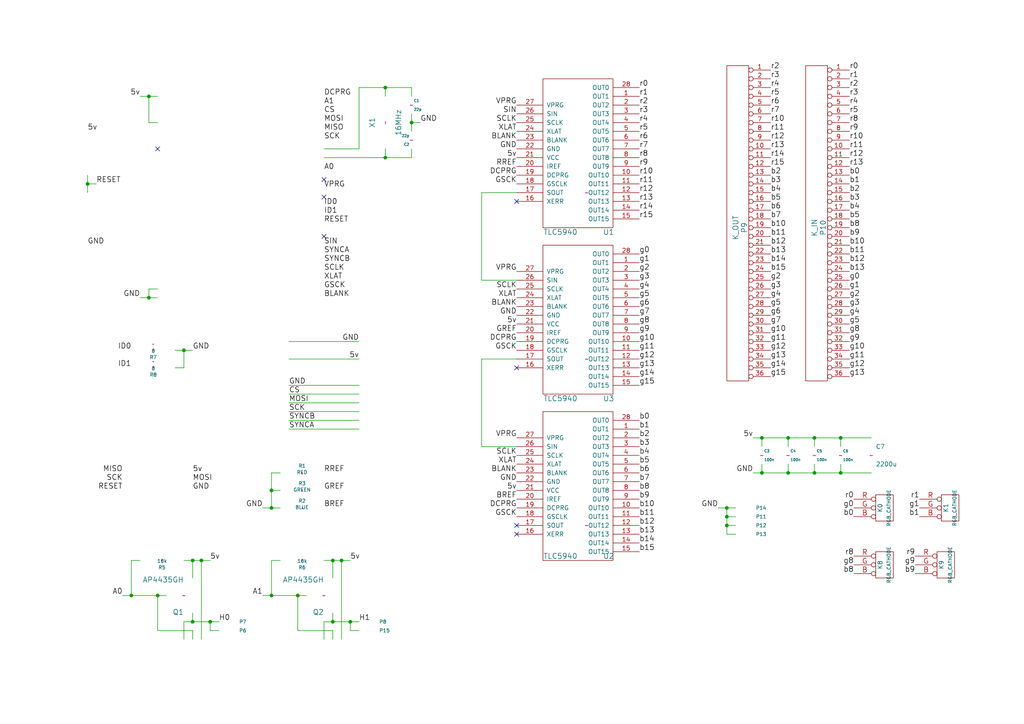
<source format=kicad_sch>
(kicad_sch (version 20230121) (generator eeschema)
  (paper "A4")
  (title_block (date "13 may 2014"))
  (lib_symbols
    (symbol "cube3-rescue:rgb_cathode" (pin_names (offset 1.016) hide)
      (property "Reference" "K" (at -1.27 0 90))
      (property "Value" "rgb_cathode" (at 1.27 0 90))
      (symbol "rgb_cathode_0_1"
        (rectangle (start -2.54 3.81) (end 2.54 -3.81))
      )
      (symbol "rgb_cathode_1_1"
        (pin passive inverted (at -8.89 -2.54 0) (length 6.35) (name "~") (number "B"))
        (pin passive inverted (at -8.89 0 0) (length 6.35) (name "~") (number "G"))
        (pin passive inverted (at -8.89 2.54 0) (length 6.35) (name "~") (number "R"))
      )
    )
    (symbol "cube3:CONN_36" (pin_names (offset 1.016) hide)
      (property "Reference" "P" (at -1.2446 0 90))
      (property "Value" "CONN_36" (at 1.27 0 90))
      (symbol "CONN_36_0_1"
        (rectangle (start -2.54 46.99) (end 3.81 -44.45))
      )
      (symbol "CONN_36_1_1"
        (pin passive inverted (at -8.89 45.72 0) (length 6.35) (name "P1") (number "1"))
        (pin passive inverted (at -8.89 22.86 0) (length 6.35) (name "P10") (number "10"))
        (pin passive inverted (at -8.89 20.32 0) (length 6.35) (name "P11") (number "11"))
        (pin passive inverted (at -8.89 17.78 0) (length 6.35) (name "P12") (number "12"))
        (pin passive inverted (at -8.89 15.24 0) (length 6.35) (name "P13") (number "13"))
        (pin passive inverted (at -8.89 12.7 0) (length 6.35) (name "P14") (number "14"))
        (pin passive inverted (at -8.89 10.16 0) (length 6.35) (name "P15") (number "15"))
        (pin passive inverted (at -8.89 7.62 0) (length 6.35) (name "P16") (number "16"))
        (pin passive inverted (at -8.89 5.08 0) (length 6.35) (name "P17") (number "17"))
        (pin passive inverted (at -8.89 2.54 0) (length 6.35) (name "P18") (number "18"))
        (pin passive inverted (at -8.89 0 0) (length 6.35) (name "P19") (number "19"))
        (pin passive inverted (at -8.89 43.18 0) (length 6.35) (name "P2") (number "2"))
        (pin passive inverted (at -8.89 -2.54 0) (length 6.35) (name "P20") (number "20"))
        (pin passive inverted (at -8.89 -5.08 0) (length 6.35) (name "P21") (number "21"))
        (pin passive inverted (at -8.89 -7.62 0) (length 6.35) (name "P22") (number "22"))
        (pin passive inverted (at -8.89 -10.16 0) (length 6.35) (name "P23") (number "23"))
        (pin passive inverted (at -8.89 -12.7 0) (length 6.35) (name "P24") (number "24"))
        (pin passive inverted (at -8.89 -15.24 0) (length 6.35) (name "P25") (number "25"))
        (pin passive inverted (at -8.89 -17.78 0) (length 6.35) (name "P26") (number "26"))
        (pin passive inverted (at -8.89 -20.32 0) (length 6.35) (name "P27") (number "27"))
        (pin passive inverted (at -8.89 -22.86 0) (length 6.35) (name "P28") (number "28"))
        (pin passive inverted (at -8.89 -25.4 0) (length 6.35) (name "P29") (number "29"))
        (pin passive inverted (at -8.89 40.64 0) (length 6.35) (name "P3") (number "3"))
        (pin passive inverted (at -8.89 -27.94 0) (length 6.35) (name "P30") (number "30"))
        (pin passive inverted (at -8.89 -30.48 0) (length 6.35) (name "~") (number "31"))
        (pin passive inverted (at -8.89 -33.02 0) (length 6.35) (name "~") (number "32"))
        (pin passive inverted (at -8.89 -35.56 0) (length 6.35) (name "~") (number "33"))
        (pin passive inverted (at -8.89 -38.1 0) (length 6.35) (name "~") (number "34"))
        (pin passive inverted (at -8.89 -40.64 0) (length 6.35) (name "~") (number "35"))
        (pin passive inverted (at -8.89 -43.18 0) (length 6.35) (name "~") (number "36"))
        (pin passive inverted (at -8.89 38.1 0) (length 6.35) (name "P4") (number "4"))
        (pin passive inverted (at -8.89 35.56 0) (length 6.35) (name "P5") (number "5"))
        (pin passive inverted (at -8.89 33.02 0) (length 6.35) (name "P6") (number "6"))
        (pin passive inverted (at -8.89 30.48 0) (length 6.35) (name "P7") (number "7"))
        (pin passive inverted (at -8.89 27.94 0) (length 6.35) (name "P8") (number "8"))
        (pin passive inverted (at -8.89 25.4 0) (length 6.35) (name "P9") (number "9"))
      )
    )
    (symbol "cube3:TLC5940" (pin_names (offset 1.016))
      (property "Reference" "U" (at -8.89 -21.59 0))
      (property "Value" "TLC5940" (at 5.08 -21.59 0))
      (symbol "TLC5940_0_1"
        (rectangle (start 10.16 22.86) (end -10.16 -20.32))
      )
      (symbol "TLC5940_1_1"
        (pin output line (at -17.78 17.78 0) (length 7.62) (name "OUT1") (number "1"))
        (pin output line (at -17.78 -5.08 0) (length 7.62) (name "OUT10") (number "10"))
        (pin output line (at -17.78 -7.62 0) (length 7.62) (name "OUT11") (number "11"))
        (pin output line (at -17.78 -10.16 0) (length 7.62) (name "OUT12") (number "12"))
        (pin output line (at -17.78 -12.7 0) (length 7.62) (name "OUT13") (number "13"))
        (pin output line (at -17.78 -15.24 0) (length 7.62) (name "OUT14") (number "14"))
        (pin output line (at -17.78 -17.78 0) (length 7.62) (name "OUT15") (number "15"))
        (pin output line (at 17.78 -12.7 180) (length 7.62) (name "XERR") (number "16"))
        (pin output line (at 17.78 -10.16 180) (length 7.62) (name "SOUT") (number "17"))
        (pin input line (at 17.78 -7.62 180) (length 7.62) (name "GSCLK") (number "18"))
        (pin input line (at 17.78 -5.08 180) (length 7.62) (name "DCPRG") (number "19"))
        (pin output line (at -17.78 15.24 0) (length 7.62) (name "OUT2") (number "2"))
        (pin input line (at 17.78 -2.54 180) (length 7.62) (name "IREF") (number "20"))
        (pin power_in line (at 17.78 0 180) (length 7.62) (name "VCC") (number "21"))
        (pin power_in line (at 17.78 2.54 180) (length 7.62) (name "GND") (number "22"))
        (pin input line (at 17.78 5.08 180) (length 7.62) (name "BLANK") (number "23"))
        (pin input line (at 17.78 7.62 180) (length 7.62) (name "XLAT") (number "24"))
        (pin input line (at 17.78 10.16 180) (length 7.62) (name "SCLK") (number "25"))
        (pin input line (at 17.78 12.7 180) (length 7.62) (name "SIN") (number "26"))
        (pin input line (at 17.78 15.24 180) (length 7.62) (name "VPRG") (number "27"))
        (pin output line (at -17.78 20.32 0) (length 7.62) (name "OUT0") (number "28"))
        (pin output line (at -17.78 12.7 0) (length 7.62) (name "OUT3") (number "3"))
        (pin output line (at -17.78 10.16 0) (length 7.62) (name "OUT4") (number "4"))
        (pin output line (at -17.78 7.62 0) (length 7.62) (name "OUT5") (number "5"))
        (pin output line (at -17.78 5.08 0) (length 7.62) (name "OUT6") (number "6"))
        (pin output line (at -17.78 2.54 0) (length 7.62) (name "OUT7") (number "7"))
        (pin output line (at -17.78 0 0) (length 7.62) (name "OUT8") (number "8"))
        (pin output line (at -17.78 -2.54 0) (length 7.62) (name "OUT9") (number "9"))
      )
    )
  )
  (junction (at 43.18 27.94))
  (junction (at 119.38 35.56))
  (junction (at 78.74 147.32))
  (junction (at 96.52 180.34))
  (junction (at 58.42 162.56))
  (junction (at 96.52 162.56))
  (junction (at 243.84 127))
  (junction (at 236.22 127))
  (junction (at 210.82 152.4))
  (junction (at 53.34 101.6))
  (junction (at 55.88 162.56))
  (junction (at 55.88 180.34))
  (junction (at 236.22 137.16))
  (junction (at 38.1 172.72))
  (junction (at 228.6 137.16))
  (junction (at 210.82 149.86))
  (junction (at 78.74 142.24))
  (junction (at 220.98 127))
  (junction (at 228.6 127))
  (junction (at 210.82 147.32))
  (junction (at 111.76 25.4))
  (junction (at 43.18 86.36))
  (junction (at 78.74 172.72))
  (junction (at 99.06 162.56))
  (junction (at 220.98 137.16))
  (junction (at 60.96 180.34))
  (junction (at 243.84 137.16))
  (junction (at 45.72 172.72))
  (junction (at 111.76 45.72))
  (junction (at 101.6 180.34))
  (junction (at 25.4 53.34))
  (junction (at 86.36 172.72))
  (no_connect (at 149.86 152.4))
  (no_connect (at 93.98 52.07))
  (no_connect (at 149.86 106.68))
  (no_connect (at 149.86 154.94))
  (no_connect (at 93.98 68.58))
  (no_connect (at 45.72 43.18))
  (no_connect (at 149.86 58.42))
  (no_connect (at 93.98 57.15))
  (wire (pts (xy 83.82 119.38) (xy 104.14 119.38)))
  (wire (pts (xy 210.82 154.94) (xy 213.36 154.94)))
  (wire (pts (xy 119.38 33.02) (xy 119.38 35.56)))
  (wire (pts (xy 38.1 172.72) (xy 38.1 162.56)))
  (wire (pts (xy 78.74 137.16) (xy 78.74 142.24)))
  (wire (pts (xy 210.82 152.4) (xy 213.36 152.4)))
  (wire (pts (xy 78.74 162.56) (xy 81.28 162.56)))
  (wire (pts (xy 111.76 25.4) (xy 119.38 25.4)))
  (wire (pts (xy 236.22 137.16) (xy 243.84 137.16)))
  (wire (pts (xy 55.88 182.88) (xy 55.88 185.42)))
  (wire (pts (xy 243.84 137.16) (xy 243.84 134.62)))
  (wire (pts (xy 139.7 104.14) (xy 139.7 129.54)))
  (wire (pts (xy 43.18 83.82) (xy 43.18 86.36)))
  (wire (pts (xy 60.96 180.34) (xy 60.96 182.88)))
  (wire (pts (xy 45.72 172.72) (xy 45.72 182.88)))
  (wire (pts (xy 220.98 137.16) (xy 220.98 134.62)))
  (wire (pts (xy 45.72 35.56) (xy 43.18 35.56)))
  (wire (pts (xy 119.38 25.4) (xy 119.38 27.94)))
  (wire (pts (xy 38.1 162.56) (xy 40.64 162.56)))
  (wire (pts (xy 96.52 162.56) (xy 99.06 162.56)))
  (wire (pts (xy 111.76 25.4) (xy 111.76 27.94)))
  (wire (pts (xy 236.22 137.16) (xy 236.22 134.62)))
  (wire (pts (xy 81.28 142.24) (xy 78.74 142.24)))
  (wire (pts (xy 25.4 50.8) (xy 25.4 53.34)))
  (wire (pts (xy 104.14 25.4) (xy 111.76 25.4)))
  (wire (pts (xy 96.52 180.34) (xy 101.6 180.34)))
  (wire (pts (xy 101.6 182.88) (xy 104.14 182.88)))
  (wire (pts (xy 104.14 124.46) (xy 83.82 124.46)))
  (wire (pts (xy 53.34 106.68) (xy 50.8 106.68)))
  (wire (pts (xy 213.36 149.86) (xy 210.82 149.86)))
  (wire (pts (xy 43.18 35.56) (xy 43.18 27.94)))
  (wire (pts (xy 93.98 43.18) (xy 104.14 43.18)))
  (wire (pts (xy 236.22 129.54) (xy 236.22 127)))
  (wire (pts (xy 53.34 180.34) (xy 53.34 185.42)))
  (wire (pts (xy 40.64 27.94) (xy 43.18 27.94)))
  (wire (pts (xy 45.72 182.88) (xy 55.88 182.88)))
  (wire (pts (xy 76.2 172.72) (xy 78.74 172.72)))
  (wire (pts (xy 96.52 180.34) (xy 96.52 177.8)))
  (wire (pts (xy 96.52 182.88) (xy 96.52 185.42)))
  (wire (pts (xy 78.74 172.72) (xy 86.36 172.72)))
  (wire (pts (xy 139.7 129.54) (xy 149.86 129.54)))
  (wire (pts (xy 78.74 147.32) (xy 81.28 147.32)))
  (wire (pts (xy 38.1 172.72) (xy 45.72 172.72)))
  (wire (pts (xy 220.98 127) (xy 220.98 129.54)))
  (wire (pts (xy 121.92 35.56) (xy 119.38 35.56)))
  (wire (pts (xy 78.74 142.24) (xy 78.74 147.32)))
  (wire (pts (xy 58.42 162.56) (xy 60.96 162.56)))
  (wire (pts (xy 228.6 137.16) (xy 236.22 137.16)))
  (wire (pts (xy 53.34 180.34) (xy 55.88 180.34)))
  (wire (pts (xy 208.28 147.32) (xy 210.82 147.32)))
  (wire (pts (xy 119.38 45.72) (xy 119.38 43.18)))
  (wire (pts (xy 139.7 81.28) (xy 149.86 81.28)))
  (wire (pts (xy 40.64 86.36) (xy 43.18 86.36)))
  (wire (pts (xy 210.82 147.32) (xy 210.82 149.86)))
  (wire (pts (xy 86.36 182.88) (xy 96.52 182.88)))
  (wire (pts (xy 83.82 104.14) (xy 104.14 104.14)))
  (wire (pts (xy 104.14 43.18) (xy 104.14 25.4)))
  (wire (pts (xy 43.18 86.36) (xy 45.72 86.36)))
  (wire (pts (xy 53.34 101.6) (xy 53.34 106.68)))
  (wire (pts (xy 25.4 53.34) (xy 25.4 55.88)))
  (wire (pts (xy 55.88 101.6) (xy 53.34 101.6)))
  (wire (pts (xy 60.96 182.88) (xy 63.5 182.88)))
  (wire (pts (xy 101.6 180.34) (xy 101.6 182.88)))
  (wire (pts (xy 93.98 180.34) (xy 93.98 185.42)))
  (wire (pts (xy 101.6 180.34) (xy 104.14 180.34)))
  (wire (pts (xy 111.76 43.18) (xy 111.76 45.72)))
  (wire (pts (xy 228.6 127) (xy 236.22 127)))
  (wire (pts (xy 60.96 180.34) (xy 63.5 180.34)))
  (wire (pts (xy 83.82 121.92) (xy 104.14 121.92)))
  (wire (pts (xy 78.74 172.72) (xy 78.74 162.56)))
  (wire (pts (xy 45.72 172.72) (xy 48.26 172.72)))
  (wire (pts (xy 58.42 162.56) (xy 58.42 185.42)))
  (wire (pts (xy 99.06 162.56) (xy 101.6 162.56)))
  (wire (pts (xy 81.28 137.16) (xy 78.74 137.16)))
  (wire (pts (xy 218.44 137.16) (xy 220.98 137.16)))
  (wire (pts (xy 45.72 83.82) (xy 43.18 83.82)))
  (wire (pts (xy 104.14 116.84) (xy 83.82 116.84)))
  (wire (pts (xy 55.88 162.56) (xy 58.42 162.56)))
  (wire (pts (xy 96.52 162.56) (xy 96.52 167.64)))
  (wire (pts (xy 83.82 111.76) (xy 104.14 111.76)))
  (wire (pts (xy 228.6 137.16) (xy 228.6 134.62)))
  (wire (pts (xy 149.86 55.88) (xy 139.7 55.88)))
  (wire (pts (xy 86.36 172.72) (xy 88.9 172.72)))
  (wire (pts (xy 210.82 152.4) (xy 210.82 154.94)))
  (wire (pts (xy 83.82 114.3) (xy 104.14 114.3)))
  (wire (pts (xy 243.84 127) (xy 243.84 129.54)))
  (wire (pts (xy 53.34 101.6) (xy 50.8 101.6)))
  (wire (pts (xy 220.98 137.16) (xy 228.6 137.16)))
  (wire (pts (xy 139.7 55.88) (xy 139.7 81.28)))
  (wire (pts (xy 55.88 180.34) (xy 60.96 180.34)))
  (wire (pts (xy 93.98 45.72) (xy 111.76 45.72)))
  (wire (pts (xy 228.6 129.54) (xy 228.6 127)))
  (wire (pts (xy 111.76 45.72) (xy 119.38 45.72)))
  (wire (pts (xy 43.18 27.94) (xy 45.72 27.94)))
  (wire (pts (xy 243.84 127) (xy 252.73 127)))
  (wire (pts (xy 93.98 180.34) (xy 96.52 180.34)))
  (wire (pts (xy 218.44 127) (xy 220.98 127)))
  (wire (pts (xy 25.4 53.34) (xy 27.94 53.34)))
  (wire (pts (xy 220.98 127) (xy 228.6 127)))
  (wire (pts (xy 86.36 172.72) (xy 86.36 182.88)))
  (wire (pts (xy 55.88 162.56) (xy 55.88 167.64)))
  (wire (pts (xy 76.2 147.32) (xy 78.74 147.32)))
  (wire (pts (xy 53.34 162.56) (xy 55.88 162.56)))
  (wire (pts (xy 149.86 104.14) (xy 139.7 104.14)))
  (wire (pts (xy 93.98 162.56) (xy 96.52 162.56)))
  (wire (pts (xy 83.82 99.06) (xy 104.14 99.06)))
  (wire (pts (xy 119.38 35.56) (xy 119.38 38.1)))
  (wire (pts (xy 210.82 147.32) (xy 213.36 147.32)))
  (wire (pts (xy 236.22 127) (xy 243.84 127)))
  (wire (pts (xy 35.56 172.72) (xy 38.1 172.72)))
  (wire (pts (xy 243.84 137.16) (xy 252.73 137.16)))
  (wire (pts (xy 55.88 180.34) (xy 55.88 177.8)))
  (wire (pts (xy 210.82 149.86) (xy 210.82 152.4)))
  (wire (pts (xy 99.06 162.56) (xy 99.06 185.42)))
  (label "r13" (at 223.52 43.18 0) (effects (font (size 1.524 1.524))))
  (label "r11" (at 185.42 53.34 0) (effects (font (size 1.524 1.524))))
  (label "r7" (at 223.52 33.02 0) (effects (font (size 1.524 1.524))))
  (label "5v" (at 149.86 93.98 180) (effects (font (size 1.524 1.524))))
  (label "b3" (at 185.42 129.54 0) (effects (font (size 1.524 1.524))))
  (label "g15" (at 223.52 109.22 0) (effects (font (size 1.524 1.524))))
  (label "g14" (at 223.52 106.68 0) (effects (font (size 1.524 1.524))))
  (label "b4" (at 246.38 60.96 0) (effects (font (size 1.524 1.524))))
  (label "g9" (at 185.42 96.52 0) (effects (font (size 1.524 1.524))))
  (label "5v" (at 25.4 38.1 0) (effects (font (size 1.524 1.524))))
  (label "5v" (at 218.44 127 180) (effects (font (size 1.524 1.524))))
  (label "b8" (at 247.65 166.37 180) (effects (font (size 1.524 1.524))))
  (label "b12" (at 246.38 76.2 0) (effects (font (size 1.524 1.524))))
  (label "b5" (at 223.52 58.42 0) (effects (font (size 1.524 1.524))))
  (label "g14" (at 185.42 109.22 0) (effects (font (size 1.524 1.524))))
  (label "g12" (at 223.52 101.6 0) (effects (font (size 1.524 1.524))))
  (label "g4" (at 223.52 86.36 0) (effects (font (size 1.524 1.524))))
  (label "b8" (at 246.38 66.04 0) (effects (font (size 1.524 1.524))))
  (label "b4" (at 223.52 55.88 0) (effects (font (size 1.524 1.524))))
  (label "b7" (at 223.52 63.5 0) (effects (font (size 1.524 1.524))))
  (label "b9" (at 246.38 68.58 0) (effects (font (size 1.524 1.524))))
  (label "g3" (at 185.42 81.28 0) (effects (font (size 1.524 1.524))))
  (label "r8" (at 247.65 161.29 180) (effects (font (size 1.524 1.524))))
  (label "ID0" (at 93.98 59.69 0) (effects (font (size 1.524 1.524))))
  (label "GND" (at 55.88 101.6 0) (effects (font (size 1.524 1.524))))
  (label "g9" (at 265.43 163.83 180) (effects (font (size 1.524 1.524))))
  (label "BLANK" (at 149.86 88.9 180) (effects (font (size 1.524 1.524))))
  (label "g2" (at 246.38 86.36 0) (effects (font (size 1.524 1.524))))
  (label "g0" (at 247.65 147.32 180) (effects (font (size 1.524 1.524))))
  (label "r3" (at 223.52 22.86 0) (effects (font (size 1.524 1.524))))
  (label "r11" (at 223.52 38.1 0) (effects (font (size 1.524 1.524))))
  (label "b6" (at 223.52 60.96 0) (effects (font (size 1.524 1.524))))
  (label "r10" (at 185.42 50.8 0) (effects (font (size 1.524 1.524))))
  (label "b8" (at 185.42 142.24 0) (effects (font (size 1.524 1.524))))
  (label "VPRG" (at 149.86 127 180) (effects (font (size 1.524 1.524))))
  (label "r3" (at 246.38 27.94 0) (effects (font (size 1.524 1.524))))
  (label "g3" (at 246.38 88.9 0) (effects (font (size 1.524 1.524))))
  (label "r9" (at 265.43 161.29 180) (effects (font (size 1.524 1.524))))
  (label "GND" (at 149.86 43.18 180) (effects (font (size 1.524 1.524))))
  (label "5v" (at 101.6 162.56 0) (effects (font (size 1.524 1.524))))
  (label "g7" (at 185.42 91.44 0) (effects (font (size 1.524 1.524))))
  (label "GSCK" (at 149.86 53.34 180) (effects (font (size 1.524 1.524))))
  (label "SYNCB" (at 93.98 76.2 0) (effects (font (size 1.524 1.524))))
  (label "g13" (at 223.52 104.14 0) (effects (font (size 1.524 1.524))))
  (label "r9" (at 246.38 38.1 0) (effects (font (size 1.524 1.524))))
  (label "BLANK" (at 149.86 137.16 180) (effects (font (size 1.524 1.524))))
  (label "r4" (at 246.38 30.48 0) (effects (font (size 1.524 1.524))))
  (label "H0" (at 63.5 180.34 0) (effects (font (size 1.524 1.524))))
  (label "b4" (at 185.42 132.08 0) (effects (font (size 1.524 1.524))))
  (label "5v" (at 40.64 27.94 180) (effects (font (size 1.524 1.524))))
  (label "A0" (at 35.56 172.72 180) (effects (font (size 1.524 1.524))))
  (label "MISO" (at 93.98 38.1 0) (effects (font (size 1.524 1.524))))
  (label "MISO" (at 35.56 137.16 180) (effects (font (size 1.524 1.524))))
  (label "r15" (at 185.42 63.5 0) (effects (font (size 1.524 1.524))))
  (label "b3" (at 223.52 53.34 0) (effects (font (size 1.524 1.524))))
  (label "RREF" (at 149.86 48.26 180) (effects (font (size 1.524 1.524))))
  (label "g8" (at 246.38 96.52 0) (effects (font (size 1.524 1.524))))
  (label "r1" (at 185.42 27.94 0) (effects (font (size 1.524 1.524))))
  (label "RREF" (at 93.98 137.16 0) (effects (font (size 1.524 1.524))))
  (label "b10" (at 185.42 147.32 0) (effects (font (size 1.524 1.524))))
  (label "DCPRG" (at 149.86 50.8 180) (effects (font (size 1.524 1.524))))
  (label "g4" (at 246.38 91.44 0) (effects (font (size 1.524 1.524))))
  (label "g11" (at 223.52 99.06 0) (effects (font (size 1.524 1.524))))
  (label "r5" (at 185.42 38.1 0) (effects (font (size 1.524 1.524))))
  (label "r7" (at 185.42 43.18 0) (effects (font (size 1.524 1.524))))
  (label "r12" (at 246.38 45.72 0) (effects (font (size 1.524 1.524))))
  (label "b2" (at 185.42 127 0) (effects (font (size 1.524 1.524))))
  (label "r9" (at 185.42 48.26 0) (effects (font (size 1.524 1.524))))
  (label "r0" (at 185.42 25.4 0) (effects (font (size 1.524 1.524))))
  (label "b11" (at 246.38 73.66 0) (effects (font (size 1.524 1.524))))
  (label "GND" (at 40.64 86.36 180) (effects (font (size 1.524 1.524))))
  (label "BLANK" (at 93.98 86.36 0) (effects (font (size 1.524 1.524))))
  (label "XLAT" (at 149.86 38.1 180) (effects (font (size 1.524 1.524))))
  (label "b14" (at 185.42 157.48 0) (effects (font (size 1.524 1.524))))
  (label "b5" (at 246.38 63.5 0) (effects (font (size 1.524 1.524))))
  (label "g5" (at 223.52 88.9 0) (effects (font (size 1.524 1.524))))
  (label "CS" (at 93.98 33.02 0) (effects (font (size 1.524 1.524))))
  (label "g1" (at 185.42 76.2 0) (effects (font (size 1.524 1.524))))
  (label "BLANK" (at 149.86 40.64 180) (effects (font (size 1.524 1.524))))
  (label "GSCK" (at 149.86 149.86 180) (effects (font (size 1.524 1.524))))
  (label "g9" (at 246.38 99.06 0) (effects (font (size 1.524 1.524))))
  (label "g11" (at 185.42 101.6 0) (effects (font (size 1.524 1.524))))
  (label "b5" (at 185.42 134.62 0) (effects (font (size 1.524 1.524))))
  (label "r2" (at 185.42 30.48 0) (effects (font (size 1.524 1.524))))
  (label "g5" (at 185.42 86.36 0) (effects (font (size 1.524 1.524))))
  (label "SCK" (at 93.98 40.64 0) (effects (font (size 1.524 1.524))))
  (label "5v" (at 149.86 142.24 180) (effects (font (size 1.524 1.524))))
  (label "GND" (at 55.88 142.24 0) (effects (font (size 1.524 1.524))))
  (label "5v" (at 104.14 104.14 180) (effects (font (size 1.524 1.524))))
  (label "g2" (at 223.52 81.28 0) (effects (font (size 1.524 1.524))))
  (label "g8" (at 247.65 163.83 180) (effects (font (size 1.524 1.524))))
  (label "r12" (at 223.52 40.64 0) (effects (font (size 1.524 1.524))))
  (label "r8" (at 246.38 35.56 0) (effects (font (size 1.524 1.524))))
  (label "r5" (at 223.52 27.94 0) (effects (font (size 1.524 1.524))))
  (label "BREF" (at 149.86 144.78 180) (effects (font (size 1.524 1.524))))
  (label "r2" (at 223.52 20.32 0) (effects (font (size 1.524 1.524))))
  (label "r14" (at 223.52 45.72 0) (effects (font (size 1.524 1.524))))
  (label "DCPRG" (at 149.86 147.32 180) (effects (font (size 1.524 1.524))))
  (label "g8" (at 185.42 93.98 0) (effects (font (size 1.524 1.524))))
  (label "b15" (at 185.42 160.02 0) (effects (font (size 1.524 1.524))))
  (label "b3" (at 246.38 58.42 0) (effects (font (size 1.524 1.524))))
  (label "XLAT" (at 149.86 134.62 180) (effects (font (size 1.524 1.524))))
  (label "SIN" (at 93.98 71.12 0) (effects (font (size 1.524 1.524))))
  (label "b11" (at 223.52 68.58 0) (effects (font (size 1.524 1.524))))
  (label "b2" (at 223.52 50.8 0) (effects (font (size 1.524 1.524))))
  (label "MOSI" (at 55.88 139.7 0) (effects (font (size 1.524 1.524))))
  (label "g0" (at 185.42 73.66 0) (effects (font (size 1.524 1.524))))
  (label "XLAT" (at 149.86 86.36 180) (effects (font (size 1.524 1.524))))
  (label "GREF" (at 149.86 96.52 180) (effects (font (size 1.524 1.524))))
  (label "b0" (at 185.42 121.92 0) (effects (font (size 1.524 1.524))))
  (label "SCLK" (at 149.86 83.82 180) (effects (font (size 1.524 1.524))))
  (label "b9" (at 185.42 144.78 0) (effects (font (size 1.524 1.524))))
  (label "g15" (at 185.42 111.76 0) (effects (font (size 1.524 1.524))))
  (label "r1" (at 266.7 144.78 180) (effects (font (size 1.524 1.524))))
  (label "r1" (at 246.38 22.86 0) (effects (font (size 1.524 1.524))))
  (label "g6" (at 185.42 88.9 0) (effects (font (size 1.524 1.524))))
  (label "GREF" (at 93.98 142.24 0) (effects (font (size 1.524 1.524))))
  (label "SIN" (at 149.86 33.02 180) (effects (font (size 1.524 1.524))))
  (label "r14" (at 185.42 60.96 0) (effects (font (size 1.524 1.524))))
  (label "5v" (at 149.86 45.72 180) (effects (font (size 1.524 1.524))))
  (label "b9" (at 265.43 166.37 180) (effects (font (size 1.524 1.524))))
  (label "r11" (at 246.38 43.18 0) (effects (font (size 1.524 1.524))))
  (label "b10" (at 246.38 71.12 0) (effects (font (size 1.524 1.524))))
  (label "SYNCA" (at 93.98 73.66 0) (effects (font (size 1.524 1.524))))
  (label "r13" (at 246.38 48.26 0) (effects (font (size 1.524 1.524))))
  (label "g2" (at 185.42 78.74 0) (effects (font (size 1.524 1.524))))
  (label "g10" (at 185.42 99.06 0) (effects (font (size 1.524 1.524))))
  (label "b10" (at 223.52 66.04 0) (effects (font (size 1.524 1.524))))
  (label "b13" (at 223.52 73.66 0) (effects (font (size 1.524 1.524))))
  (label "g1" (at 266.7 147.32 180) (effects (font (size 1.524 1.524))))
  (label "g7" (at 223.52 93.98 0) (effects (font (size 1.524 1.524))))
  (label "ID1" (at 38.1 106.68 180) (effects (font (size 1.524 1.524))))
  (label "GSCK" (at 93.98 83.82 0) (effects (font (size 1.524 1.524))))
  (label "r8" (at 185.42 45.72 0) (effects (font (size 1.524 1.524))))
  (label "SYNCA" (at 83.82 124.46 0) (effects (font (size 1.524 1.524))))
  (label "b13" (at 246.38 78.74 0) (effects (font (size 1.524 1.524))))
  (label "r10" (at 246.38 40.64 0) (effects (font (size 1.524 1.524))))
  (label "BREF" (at 93.98 147.32 0) (effects (font (size 1.524 1.524))))
  (label "RESET" (at 93.98 64.77 0) (effects (font (size 1.524 1.524))))
  (label "b0" (at 247.65 149.86 180) (effects (font (size 1.524 1.524))))
  (label "g4" (at 185.42 83.82 0) (effects (font (size 1.524 1.524))))
  (label "r6" (at 185.42 40.64 0) (effects (font (size 1.524 1.524))))
  (label "GSCK" (at 149.86 101.6 180) (effects (font (size 1.524 1.524))))
  (label "GND" (at 218.44 137.16 180) (effects (font (size 1.524 1.524))))
  (label "XLAT" (at 93.98 81.28 0) (effects (font (size 1.524 1.524))))
  (label "CS" (at 83.82 114.3 0) (effects (font (size 1.524 1.524))))
  (label "RESET" (at 35.56 142.24 180) (effects (font (size 1.524 1.524))))
  (label "r5" (at 246.38 33.02 0) (effects (font (size 1.524 1.524))))
  (label "r0" (at 246.38 20.32 0) (effects (font (size 1.524 1.524))))
  (label "b1" (at 185.42 124.46 0) (effects (font (size 1.524 1.524))))
  (label "g5" (at 246.38 93.98 0) (effects (font (size 1.524 1.524))))
  (label "g6" (at 223.52 91.44 0) (effects (font (size 1.524 1.524))))
  (label "g13" (at 246.38 109.22 0) (effects (font (size 1.524 1.524))))
  (label "b11" (at 185.42 149.86 0) (effects (font (size 1.524 1.524))))
  (label "b15" (at 223.52 78.74 0) (effects (font (size 1.524 1.524))))
  (label "b2" (at 246.38 55.88 0) (effects (font (size 1.524 1.524))))
  (label "b12" (at 223.52 71.12 0) (effects (font (size 1.524 1.524))))
  (label "g11" (at 246.38 104.14 0) (effects (font (size 1.524 1.524))))
  (label "GND" (at 76.2 147.32 180) (effects (font (size 1.524 1.524))))
  (label "SCLK" (at 149.86 35.56 180) (effects (font (size 1.524 1.524))))
  (label "r2" (at 246.38 25.4 0) (effects (font (size 1.524 1.524))))
  (label "b6" (at 185.42 137.16 0) (effects (font (size 1.524 1.524))))
  (label "r6" (at 223.52 30.48 0) (effects (font (size 1.524 1.524))))
  (label "MOSI" (at 83.82 116.84 0) (effects (font (size 1.524 1.524))))
  (label "GND" (at 104.14 99.06 180) (effects (font (size 1.524 1.524))))
  (label "GND" (at 149.86 91.44 180) (effects (font (size 1.524 1.524))))
  (label "r0" (at 247.65 144.78 180) (effects (font (size 1.524 1.524))))
  (label "r4" (at 185.42 35.56 0) (effects (font (size 1.524 1.524))))
  (label "ID0" (at 38.1 101.6 180) (effects (font (size 1.524 1.524))))
  (label "g10" (at 223.52 96.52 0) (effects (font (size 1.524 1.524))))
  (label "ID1" (at 93.98 62.23 0) (effects (font (size 1.524 1.524))))
  (label "MOSI" (at 93.98 35.56 0) (effects (font (size 1.524 1.524))))
  (label "g13" (at 185.42 106.68 0) (effects (font (size 1.524 1.524))))
  (label "r15" (at 223.52 48.26 0) (effects (font (size 1.524 1.524))))
  (label "g0" (at 246.38 81.28 0) (effects (font (size 1.524 1.524))))
  (label "g1" (at 246.38 83.82 0) (effects (font (size 1.524 1.524))))
  (label "DCPRG" (at 93.98 27.94 0) (effects (font (size 1.524 1.524))))
  (label "g10" (at 246.38 101.6 0) (effects (font (size 1.524 1.524))))
  (label "5v" (at 60.96 162.56 0) (effects (font (size 1.524 1.524))))
  (label "r3" (at 185.42 33.02 0) (effects (font (size 1.524 1.524))))
  (label "r10" (at 223.52 35.56 0) (effects (font (size 1.524 1.524))))
  (label "SCLK" (at 149.86 132.08 180) (effects (font (size 1.524 1.524))))
  (label "b1" (at 246.38 53.34 0) (effects (font (size 1.524 1.524))))
  (label "SCK" (at 35.56 139.7 180) (effects (font (size 1.524 1.524))))
  (label "H1" (at 104.14 180.34 0) (effects (font (size 1.524 1.524))))
  (label "A1" (at 76.2 172.72 180) (effects (font (size 1.524 1.524))))
  (label "GND" (at 208.28 147.32 180) (effects (font (size 1.524 1.524))))
  (label "VPRG" (at 149.86 30.48 180) (effects (font (size 1.524 1.524))))
  (label "GND" (at 149.86 139.7 180) (effects (font (size 1.524 1.524))))
  (label "SYNCB" (at 83.82 121.92 0) (effects (font (size 1.524 1.524))))
  (label "b0" (at 246.38 50.8 0) (effects (font (size 1.524 1.524))))
  (label "GND" (at 83.82 111.76 0) (effects (font (size 1.524 1.524))))
  (label "g3" (at 223.52 83.82 0) (effects (font (size 1.524 1.524))))
  (label "DCPRG" (at 149.86 99.06 180) (effects (font (size 1.524 1.524))))
  (label "A0" (at 93.98 49.53 0) (effects (font (size 1.524 1.524))))
  (label "r4" (at 223.52 25.4 0) (effects (font (size 1.524 1.524))))
  (label "b14" (at 223.52 76.2 0) (effects (font (size 1.524 1.524))))
  (label "b1" (at 266.7 149.86 180) (effects (font (size 1.524 1.524))))
  (label "GND" (at 25.4 71.12 0) (effects (font (size 1.524 1.524))))
  (label "g12" (at 246.38 106.68 0) (effects (font (size 1.524 1.524))))
  (label "b7" (at 185.42 139.7 0) (effects (font (size 1.524 1.524))))
  (label "b12" (at 185.42 152.4 0) (effects (font (size 1.524 1.524))))
  (label "SCLK" (at 93.98 78.74 0) (effects (font (size 1.524 1.524))))
  (label "VPRG" (at 93.98 54.61 0) (effects (font (size 1.524 1.524))))
  (label "SCK" (at 83.82 119.38 0) (effects (font (size 1.524 1.524))))
  (label "VPRG" (at 149.86 78.74 180) (effects (font (size 1.524 1.524))))
  (label "RESET" (at 27.94 53.34 0) (effects (font (size 1.524 1.524))))
  (label "b13" (at 185.42 154.94 0) (effects (font (size 1.524 1.524))))
  (label "g12" (at 185.42 104.14 0) (effects (font (size 1.524 1.524))))
  (label "5v" (at 55.88 137.16 0) (effects (font (size 1.524 1.524))))
  (label "r13" (at 185.42 58.42 0) (effects (font (size 1.524 1.524))))
  (label "A1" (at 93.98 30.48 0) (effects (font (size 1.524 1.524))))
  (label "r12" (at 185.42 55.88 0) (effects (font (size 1.524 1.524))))
  (label "GND" (at 121.92 35.56 0) (effects (font (size 1.524 1.524))))
  (symbol (lib_id "cube3:TLC5940") (at 167.64 93.98 0) (mirror y) (unit 1)
    (property "Reference" "U3" (at 176.53 115.57 0) (effects (font (size 1.524 1.524))))
    (property "Value" "TLC5940" (at 162.56 115.57 0) (effects (font (size 1.524 1.524))))
    (property "Footprint" "DIP-28__300_ELL" (effects hide))
    (property "Datasheet" "~" (at 170.18 104.14 0) (effects (font (size 1.524 1.524))))
  )
  (symbol (lib_id "cube3:TLC5940") (at 167.64 142.24 0) (mirror y) (unit 1)
    (property "Reference" "U2" (at 176.53 161.29 0) (effects (font (size 1.524 1.524))))
    (property "Value" "TLC5940" (at 162.56 161.29 0) (effects (font (size 1.524 1.524))))
    (property "Footprint" "DIP-28__300_ELL" (effects hide))
    (property "Datasheet" "~" (at 170.18 152.4 0) (effects (font (size 1.524 1.524))))
  )
  (symbol (lib_id "cube3:TLC5940") (at 167.64 45.72 0) (mirror y) (unit 1)
    (property "Reference" "U1" (at 176.53 67.31 0) (effects (font (size 1.524 1.524))))
    (property "Value" "TLC5940" (at 162.56 67.31 0) (effects (font (size 1.524 1.524))))
    (property "Footprint" "DIP-28__300_ELL" (effects hide))
    (property "Datasheet" "~" (at 170.18 55.88 0) (effects (font (size 1.524 1.524))))
  )
  (symbol (lib_id "R") (at 87.63 137.16 90) (unit 1)
    (property "Reference" "R1" (at 87.63 135.128 90) (effects (font (size 1.016 1.016))))
    (property "Value" "RED" (at 87.6046 136.9822 90) (effects (font (size 1.016 1.016))))
    (property "Footprint" "R4-LARGE_PADS" (effects hide))
    (property "Datasheet" "~" (at 87.63 137.16 0) (effects (font (size 0.762 0.762))))
  )
  (symbol (lib_id "R") (at 87.63 147.32 90) (unit 1)
    (property "Reference" "R2" (at 87.63 145.288 90) (effects (font (size 1.016 1.016))))
    (property "Value" "BLUE" (at 87.6046 147.1422 90) (effects (font (size 1.016 1.016))))
    (property "Footprint" "R4-LARGE_PADS" (effects hide))
    (property "Datasheet" "~" (at 87.63 147.32 0) (effects (font (size 0.762 0.762))))
  )
  (symbol (lib_id "R") (at 87.63 142.24 90) (unit 1)
    (property "Reference" "R3" (at 87.63 140.208 90) (effects (font (size 1.016 1.016))))
    (property "Value" "GREEN" (at 87.6046 142.0622 90) (effects (font (size 1.016 1.016))))
    (property "Footprint" "R4-LARGE_PADS" (effects hide))
    (property "Datasheet" "~" (at 87.63 142.24 0) (effects (font (size 0.762 0.762))))
  )
  (symbol (lib_id "CONN_2") (at 113.03 101.6 0) (unit 1)
    (property "Reference" "P2" (at 111.76 101.6 90) (effects (font (size 1.016 1.016))))
    (property "Value" "POWER" (at 114.3 101.6 90) (effects (font (size 1.016 1.016))))
    (property "Footprint" "PINHEAD1-2" (effects hide))
  )
  (symbol (lib_id "CONN_6") (at 113.03 118.11 0) (unit 1)
    (property "Reference" "P4" (at 111.76 118.11 90) (effects (font (size 1.524 1.524))))
    (property "Value" "DATA" (at 114.3 118.11 90) (effects (font (size 1.524 1.524))))
    (property "Footprint" "SIL-6" (effects hide))
  )
  (symbol (lib_id "CONN_6") (at 74.93 118.11 0) (mirror y) (unit 1)
    (property "Reference" "P3" (at 76.2 118.11 90) (effects (font (size 1.524 1.524))))
    (property "Value" "DATA" (at 73.66 118.11 90) (effects (font (size 1.524 1.524))))
    (property "Footprint" "SIL-6" (effects hide))
  )
  (symbol (lib_id "ATMEGA328P-P") (at 68.58 55.88 0) (unit 1)
    (property "Reference" "U4" (at 49.53 24.13 0) (effects (font (size 1.016 1.016)) (justify left bottom)))
    (property "Value" "ATMEGA328" (at 78.74 91.44 0) (effects (font (size 1.016 1.016)) (justify left bottom)))
    (property "Footprint" "DIP-28__300_ELL" (effects hide))
  )
  (symbol (lib_id "CRYSTAL") (at 111.76 35.56 90) (unit 1)
    (property "Reference" "X1" (at 107.95 35.56 0) (effects (font (size 1.524 1.524))))
    (property "Value" "16MHz" (at 115.57 35.56 0) (effects (font (size 1.524 1.524))))
    (property "Footprint" "R3" (effects hide))
    (property "Datasheet" "~" (at 111.76 35.56 0) (effects (font (size 1.524 1.524))))
  )
  (symbol (lib_id "CSMALL") (at 119.38 40.64 180) (unit 1)
    (property "Reference" "C2" (at 118.745 41.91 0) (effects (font (size 0.762 0.762)) (justify left)))
    (property "Value" "22p" (at 118.745 39.37 0) (effects (font (size 0.762 0.762)) (justify left)))
    (property "Footprint" "C2" (effects hide))
    (property "Datasheet" "~" (at 119.38 40.64 0) (effects (font (size 1.524 1.524))))
  )
  (symbol (lib_id "CSMALL") (at 119.38 30.48 0) (unit 1)
    (property "Reference" "C1" (at 120.015 29.21 0) (effects (font (size 0.762 0.762)) (justify left)))
    (property "Value" "22p" (at 120.015 31.75 0) (effects (font (size 0.762 0.762)) (justify left)))
    (property "Footprint" "C2" (effects hide))
    (property "Datasheet" "~" (at 119.38 30.48 0) (effects (font (size 1.524 1.524))))
  )
  (symbol (lib_id "CONN_2") (at 74.93 101.6 0) (mirror y) (unit 1)
    (property "Reference" "P1" (at 76.2 101.6 90) (effects (font (size 1.016 1.016))))
    (property "Value" "POWER" (at 73.66 101.6 90) (effects (font (size 1.016 1.016))))
    (property "Footprint" "PINHEAD1-2" (effects hide))
  )
  (symbol (lib_id "CONN_3X2") (at 45.72 140.97 0) (unit 1)
    (property "Reference" "P5" (at 45.72 134.62 0))
    (property "Value" "ISP" (at 45.72 139.7 90) (effects (font (size 1.016 1.016))))
    (property "Footprint" "pin_array_3x2" (effects hide))
  )
  (symbol (lib_id "R") (at 25.4 44.45 0) (unit 1)
    (property "Reference" "R4" (at 27.432 44.45 90) (effects (font (size 1.016 1.016))))
    (property "Value" "10k" (at 25.5778 44.4246 90) (effects (font (size 1.016 1.016))))
    (property "Footprint" "R4-LARGE_PADS" (effects hide))
    (property "Datasheet" "~" (at 25.4 44.45 0) (effects (font (size 0.762 0.762))))
  )
  (symbol (lib_id "SW_PUSH") (at 25.4 63.5 90) (unit 1)
    (property "Reference" "SW1" (at 22.606 59.69 0))
    (property "Value" "RESET" (at 27.432 63.5 0))
    (property "Footprint" "SW_PUSH_SMALL" (effects hide))
    (property "Datasheet" "~" (at 25.4 63.5 0) (effects (font (size 1.524 1.524))))
  )
  (symbol (lib_id "CSMALL") (at 228.6 132.08 0) (unit 1)
    (property "Reference" "C4" (at 229.235 130.81 0) (effects (font (size 0.762 0.762)) (justify left)))
    (property "Value" "100n" (at 229.235 133.35 0) (effects (font (size 0.762 0.762)) (justify left)))
    (property "Footprint" "C2" (effects hide))
    (property "Datasheet" "~" (at 228.6 132.08 0) (effects (font (size 1.524 1.524))))
  )
  (symbol (lib_id "CSMALL") (at 220.98 132.08 0) (unit 1)
    (property "Reference" "C3" (at 221.615 130.81 0) (effects (font (size 0.762 0.762)) (justify left)))
    (property "Value" "100n" (at 221.615 133.35 0) (effects (font (size 0.762 0.762)) (justify left)))
    (property "Footprint" "C2" (effects hide))
    (property "Datasheet" "~" (at 220.98 132.08 0) (effects (font (size 1.524 1.524))))
  )
  (symbol (lib_id "CSMALL") (at 236.22 132.08 0) (unit 1)
    (property "Reference" "C5" (at 236.855 130.81 0) (effects (font (size 0.762 0.762)) (justify left)))
    (property "Value" "100n" (at 236.855 133.35 0) (effects (font (size 0.762 0.762)) (justify left)))
    (property "Footprint" "C2" (effects hide))
    (property "Datasheet" "~" (at 236.22 132.08 0) (effects (font (size 1.524 1.524))))
  )
  (symbol (lib_id "CSMALL") (at 243.84 132.08 0) (unit 1)
    (property "Reference" "C6" (at 244.475 130.81 0) (effects (font (size 0.762 0.762)) (justify left)))
    (property "Value" "100n" (at 244.475 133.35 0) (effects (font (size 0.762 0.762)) (justify left)))
    (property "Footprint" "C2" (effects hide))
    (property "Datasheet" "~" (at 243.84 132.08 0) (effects (font (size 1.524 1.524))))
  )
  (symbol (lib_id "CONN_1") (at 67.31 180.34 0) (unit 1)
    (property "Reference" "P7" (at 69.342 180.34 0) (effects (font (size 1.016 1.016)) (justify left)))
    (property "Value" "A0" (effects hide))
    (property "Footprint" "PINTST" (effects hide))
  )
  (symbol (lib_id "MOSFET_P") (at 53.34 172.72 0) (mirror x) (unit 1)
    (property "Reference" "Q1" (at 53.34 177.546 0) (effects (font (size 1.524 1.524)) (justify right)))
    (property "Value" "AP4435GH" (at 53.34 168.148 0) (effects (font (size 1.524 1.524)) (justify right)))
    (property "Footprint" "sot428" (effects hide))
    (property "Datasheet" "~" (at 53.34 172.72 0) (effects (font (size 1.524 1.524))))
  )
  (symbol (lib_id "R") (at 46.99 162.56 270) (unit 1)
    (property "Reference" "R5" (at 46.99 164.592 90) (effects (font (size 1.016 1.016))))
    (property "Value" "10k" (at 47.0154 162.7378 90) (effects (font (size 1.016 1.016))))
    (property "Footprint" "R4-LARGE_PADS" (effects hide))
    (property "Datasheet" "~" (at 46.99 162.56 0) (effects (font (size 0.762 0.762))))
  )
  (symbol (lib_id "CONN_1") (at 107.95 180.34 0) (unit 1)
    (property "Reference" "P8" (at 109.982 180.34 0) (effects (font (size 1.016 1.016)) (justify left)))
    (property "Value" "A1" (effects hide))
    (property "Footprint" "PINTST" (effects hide))
  )
  (symbol (lib_id "MOSFET_P") (at 93.98 172.72 0) (mirror x) (unit 1)
    (property "Reference" "Q2" (at 93.98 177.546 0) (effects (font (size 1.524 1.524)) (justify right)))
    (property "Value" "AP4435GH" (at 93.98 168.148 0) (effects (font (size 1.524 1.524)) (justify right)))
    (property "Footprint" "sot428" (effects hide))
    (property "Datasheet" "~" (at 93.98 172.72 0) (effects (font (size 1.524 1.524))))
  )
  (symbol (lib_id "R") (at 87.63 162.56 270) (unit 1)
    (property "Reference" "R6" (at 87.63 164.592 90) (effects (font (size 1.016 1.016))))
    (property "Value" "10k" (at 87.6554 162.7378 90) (effects (font (size 1.016 1.016))))
    (property "Footprint" "R4-LARGE_PADS" (effects hide))
    (property "Datasheet" "~" (at 87.63 162.56 0) (effects (font (size 0.762 0.762))))
  )
  (symbol (lib_id "CP1") (at 252.73 132.08 0) (unit 1)
    (property "Reference" "C7" (at 254 129.54 0) (effects (justify left)))
    (property "Value" "2200u" (at 254 134.62 0) (effects (justify left)))
    (property "Footprint" "C2V10" (effects hide))
    (property "Datasheet" "~" (at 252.73 132.08 0) (effects (font (size 1.524 1.524))))
  )
  (symbol (lib_id "CONN_3") (at 96.52 194.31 270) (unit 1)
    (property "Reference" "Q4" (at 96.52 193.04 90))
    (property "Value" "CONN_3" (at 96.52 195.58 90) (effects (font (size 1.016 1.016))))
    (property "Footprint" "TO220_VERT" (effects hide))
  )
  (symbol (lib_id "CONN_3") (at 55.88 194.31 270) (unit 1)
    (property "Reference" "Q3" (at 55.88 193.04 90))
    (property "Value" "CONN_3" (at 55.88 195.58 90) (effects (font (size 1.016 1.016))))
    (property "Footprint" "TO220_VERT" (effects hide))
  )
  (symbol (lib_id "cube3:CONN_36") (at 214.63 66.04 0) (mirror y) (unit 1)
    (property "Reference" "P9" (at 215.8746 66.04 90) (effects (font (size 1.524 1.524))))
    (property "Value" "K_OUT" (at 213.36 66.04 90) (effects (font (size 1.524 1.524))))
  )
  (symbol (lib_id "cube3:CONN_36") (at 237.49 66.04 0) (mirror y) (unit 1)
    (property "Reference" "P10" (at 238.7346 66.04 90) (effects (font (size 1.524 1.524))))
    (property "Value" "K_IN" (at 236.22 66.04 90) (effects (font (size 1.524 1.524))))
  )
  (symbol (lib_id "cube3-rescue:rgb_cathode") (at 256.54 147.32 0) (unit 1)
    (property "Reference" "K0" (at 255.27 147.32 90))
    (property "Value" "RGB_CATHODE" (at 257.81 147.32 90) (effects (font (size 1.016 1.016))))
  )
  (symbol (lib_id "cube3-rescue:rgb_cathode") (at 275.59 147.32 0) (unit 1)
    (property "Reference" "K1" (at 274.32 147.32 90))
    (property "Value" "RGB_CATHODE" (at 276.86 147.32 90) (effects (font (size 1.016 1.016))))
  )
  (symbol (lib_id "cube3-rescue:rgb_cathode") (at 256.54 163.83 0) (unit 1)
    (property "Reference" "K8" (at 255.27 163.83 90))
    (property "Value" "RGB_CATHODE" (at 257.81 163.83 90) (effects (font (size 1.016 1.016))))
  )
  (symbol (lib_id "cube3-rescue:rgb_cathode") (at 274.32 163.83 0) (unit 1)
    (property "Reference" "K9" (at 273.05 163.83 90))
    (property "Value" "RGB_CATHODE" (at 275.59 163.83 90) (effects (font (size 1.016 1.016))))
  )
  (symbol (lib_id "CONN_1") (at 217.17 147.32 0) (unit 1)
    (property "Reference" "P14" (at 219.202 147.32 0) (effects (font (size 1.016 1.016)) (justify left)))
    (property "Value" "CONN_1" (effects hide))
  )
  (symbol (lib_id "CONN_1") (at 217.17 149.86 0) (unit 1)
    (property "Reference" "P11" (at 219.202 149.86 0) (effects (font (size 1.016 1.016)) (justify left)))
    (property "Value" "CONN_1" (effects hide))
  )
  (symbol (lib_id "CONN_1") (at 217.17 152.4 0) (unit 1)
    (property "Reference" "P12" (at 219.202 152.4 0) (effects (font (size 1.016 1.016)) (justify left)))
    (property "Value" "CONN_1" (effects hide))
  )
  (symbol (lib_id "CONN_1") (at 217.17 154.94 0) (unit 1)
    (property "Reference" "P13" (at 219.202 154.94 0) (effects (font (size 1.016 1.016)) (justify left)))
    (property "Value" "CONN_1" (effects hide))
  )
  (symbol (lib_id "CONN_1") (at 107.95 182.88 0) (unit 1)
    (property "Reference" "P15" (at 109.982 182.88 0) (effects (font (size 1.016 1.016)) (justify left)))
    (property "Value" "A1" (effects hide))
    (property "Footprint" "PINTST" (effects hide))
  )
  (symbol (lib_id "CONN_1") (at 67.31 182.88 0) (unit 1)
    (property "Reference" "P6" (at 69.342 182.88 0) (effects (font (size 1.016 1.016)) (justify left)))
    (property "Value" "A0" (effects hide))
    (property "Footprint" "PINTST" (effects hide))
  )
  (symbol (lib_id "R") (at 44.45 101.6 270) (unit 1)
    (property "Reference" "R7" (at 44.45 103.632 90) (effects (font (size 1.016 1.016))))
    (property "Value" "0" (at 44.4754 101.7778 90) (effects (font (size 1.016 1.016))))
    (property "Footprint" "~" (at 44.45 99.822 90) (effects (font (size 0.762 0.762))))
    (property "Datasheet" "~" (at 44.45 101.6 0) (effects (font (size 0.762 0.762))))
  )
  (symbol (lib_id "R") (at 44.45 106.68 270) (unit 1)
    (property "Reference" "R8" (at 44.45 108.712 90) (effects (font (size 1.016 1.016))))
    (property "Value" "0" (at 44.4754 106.8578 90) (effects (font (size 1.016 1.016))))
    (property "Footprint" "~" (at 44.45 104.902 90) (effects (font (size 0.762 0.762))))
    (property "Datasheet" "~" (at 44.45 106.68 0) (effects (font (size 0.762 0.762))))
  )
)
</source>
